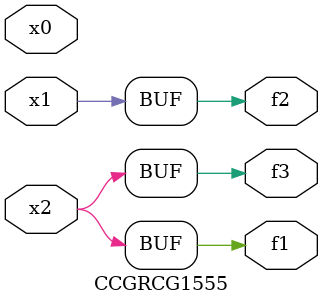
<source format=v>
module CCGRCG1555(
	input x0, x1, x2,
	output f1, f2, f3
);
	assign f1 = x2;
	assign f2 = x1;
	assign f3 = x2;
endmodule

</source>
